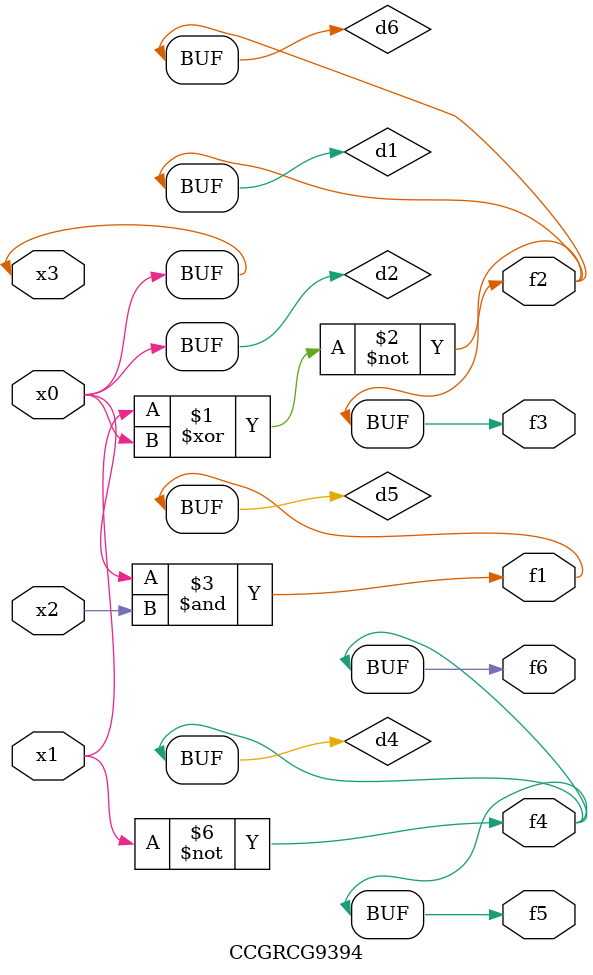
<source format=v>
module CCGRCG9394(
	input x0, x1, x2, x3,
	output f1, f2, f3, f4, f5, f6
);

	wire d1, d2, d3, d4, d5, d6;

	xnor (d1, x1, x3);
	buf (d2, x0, x3);
	nand (d3, x0, x2);
	not (d4, x1);
	nand (d5, d3);
	or (d6, d1);
	assign f1 = d5;
	assign f2 = d6;
	assign f3 = d6;
	assign f4 = d4;
	assign f5 = d4;
	assign f6 = d4;
endmodule

</source>
